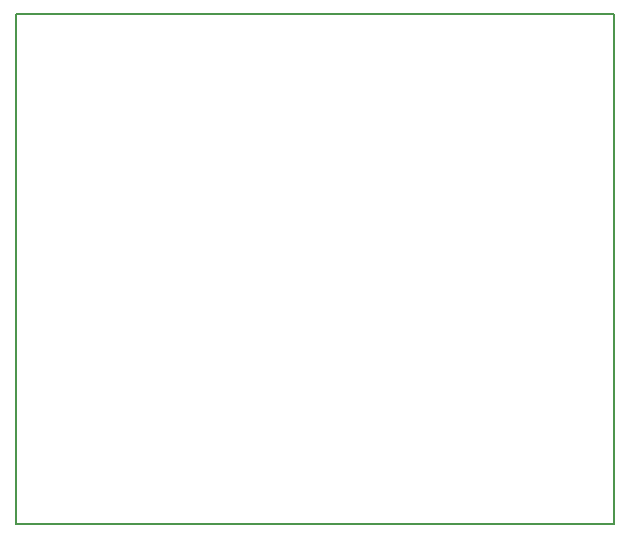
<source format=gbr>
G04 #@! TF.GenerationSoftware,KiCad,Pcbnew,(5.1.2-1)-1*
G04 #@! TF.CreationDate,2019-06-02T20:44:53-07:00*
G04 #@! TF.ProjectId,esp_lights,6573705f-6c69-4676-9874-732e6b696361,rev?*
G04 #@! TF.SameCoordinates,Original*
G04 #@! TF.FileFunction,Profile,NP*
%FSLAX46Y46*%
G04 Gerber Fmt 4.6, Leading zero omitted, Abs format (unit mm)*
G04 Created by KiCad (PCBNEW (5.1.2-1)-1) date 2019-06-02 20:44:53*
%MOMM*%
%LPD*%
G04 APERTURE LIST*
%ADD10C,0.150000*%
G04 APERTURE END LIST*
D10*
X142240000Y-60960000D02*
X192900000Y-60900000D01*
X142240000Y-104140000D02*
X142240000Y-60960000D01*
X192900000Y-104100000D02*
X142240000Y-104140000D01*
X192900000Y-60900000D02*
X192900000Y-104100000D01*
M02*

</source>
